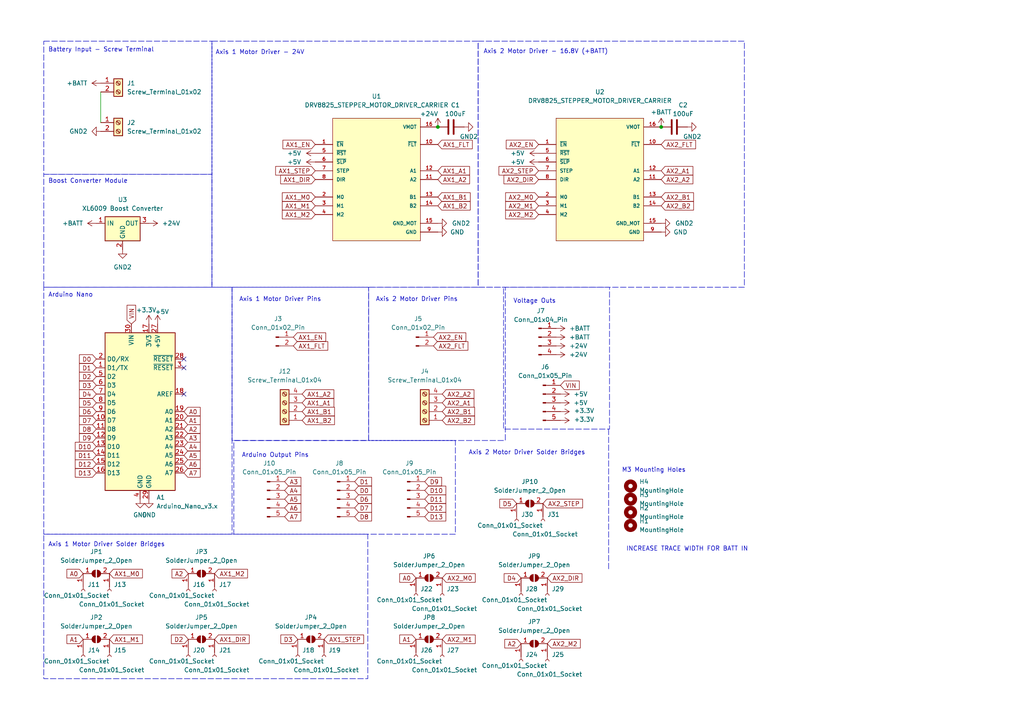
<source format=kicad_sch>
(kicad_sch (version 20230121) (generator eeschema)
  (paper "A4")
  (lib_symbols
    (symbol "Connector:Conn_01x01_Socket" (pin_names (offset 1.016) hide)
      (property "Reference" "J" (at 0 2.54 0))
      (property "Value" "Conn_01x01_Socket" (at 0 -2.54 0))
      (symbol "Conn_01x01_Socket_1_1"
        (polyline (pts (xy -1.27 0) (xy -0.508 0)) (stroke (width 0.1524)))
        (arc (start 0 0.508) (mid -0.5058 0) (end 0 -0.508) (stroke (width 0.1524)))
        (pin passive line (at -5.08 0 0) (length 3.81) (name "Pin_1") (number "1"))
      )
    )
    (symbol "Connector:Conn_01x02_Pin" (pin_names (offset 1.016) hide)
      (property "Reference" "J" (at 0 2.54 0))
      (property "Value" "Conn_01x02_Pin" (at 0 -5.08 0))
      (symbol "Conn_01x02_Pin_1_1"
        (polyline (pts (xy 1.27 -2.54) (xy 0.8636 -2.54)) (stroke (width 0.1524)))
        (polyline (pts (xy 1.27 0) (xy 0.8636 0)) (stroke (width 0.1524)))
        (rectangle (start 0.8636 -2.413) (end 0 -2.667) (stroke (width 0.1524)) (fill (type outline)))
        (rectangle (start 0.8636 0.127) (end 0 -0.127) (stroke (width 0.1524)) (fill (type outline)))
        (pin passive line (at 5.08 0 180) (length 3.81) (name "Pin_1") (number "1"))
        (pin passive line (at 5.08 -2.54 180) (length 3.81) (name "Pin_2") (number "2"))
      )
    )
    (symbol "Connector:Conn_01x04_Pin" (pin_names (offset 1.016) hide)
      (property "Reference" "J" (at 0 5.08 0))
      (property "Value" "Conn_01x04_Pin" (at 0 -7.62 0))
      (symbol "Conn_01x04_Pin_1_1"
        (polyline (pts (xy 1.27 -5.08) (xy 0.8636 -5.08)) (stroke (width 0.1524)))
        (polyline (pts (xy 1.27 -2.54) (xy 0.8636 -2.54)) (stroke (width 0.1524)))
        (polyline (pts (xy 1.27 0) (xy 0.8636 0)) (stroke (width 0.1524)))
        (polyline (pts (xy 1.27 2.54) (xy 0.8636 2.54)) (stroke (width 0.1524)))
        (rectangle (start 0.8636 -4.953) (end 0 -5.207) (stroke (width 0.1524)) (fill (type outline)))
        (rectangle (start 0.8636 -2.413) (end 0 -2.667) (stroke (width 0.1524)) (fill (type outline)))
        (rectangle (start 0.8636 0.127) (end 0 -0.127) (stroke (width 0.1524)) (fill (type outline)))
        (rectangle (start 0.8636 2.667) (end 0 2.413) (stroke (width 0.1524)) (fill (type outline)))
        (pin passive line (at 5.08 2.54 180) (length 3.81) (name "Pin_1") (number "1"))
        (pin passive line (at 5.08 0 180) (length 3.81) (name "Pin_2") (number "2"))
        (pin passive line (at 5.08 -2.54 180) (length 3.81) (name "Pin_3") (number "3"))
        (pin passive line (at 5.08 -5.08 180) (length 3.81) (name "Pin_4") (number "4"))
      )
    )
    (symbol "Connector:Conn_01x05_Pin" (pin_names (offset 1.016) hide)
      (property "Reference" "J" (at 0 7.62 0))
      (property "Value" "Conn_01x05_Pin" (at 0 -7.62 0))
      (symbol "Conn_01x05_Pin_1_1"
        (polyline (pts (xy 1.27 -5.08) (xy 0.8636 -5.08)) (stroke (width 0.1524)))
        (polyline (pts (xy 1.27 -2.54) (xy 0.8636 -2.54)) (stroke (width 0.1524)))
        (polyline (pts (xy 1.27 0) (xy 0.8636 0)) (stroke (width 0.1524)))
        (polyline (pts (xy 1.27 2.54) (xy 0.8636 2.54)) (stroke (width 0.1524)))
        (polyline (pts (xy 1.27 5.08) (xy 0.8636 5.08)) (stroke (width 0.1524)))
        (rectangle (start 0.8636 -4.953) (end 0 -5.207) (stroke (width 0.1524)) (fill (type outline)))
        (rectangle (start 0.8636 -2.413) (end 0 -2.667) (stroke (width 0.1524)) (fill (type outline)))
        (rectangle (start 0.8636 0.127) (end 0 -0.127) (stroke (width 0.1524)) (fill (type outline)))
        (rectangle (start 0.8636 2.667) (end 0 2.413) (stroke (width 0.1524)) (fill (type outline)))
        (rectangle (start 0.8636 5.207) (end 0 4.953) (stroke (width 0.1524)) (fill (type outline)))
        (pin passive line (at 5.08 5.08 180) (length 3.81) (name "Pin_1") (number "1"))
        (pin passive line (at 5.08 2.54 180) (length 3.81) (name "Pin_2") (number "2"))
        (pin passive line (at 5.08 0 180) (length 3.81) (name "Pin_3") (number "3"))
        (pin passive line (at 5.08 -2.54 180) (length 3.81) (name "Pin_4") (number "4"))
        (pin passive line (at 5.08 -5.08 180) (length 3.81) (name "Pin_5") (number "5"))
      )
    )
    (symbol "Connector:Screw_Terminal_01x02" (pin_names (offset 1.016) hide)
      (property "Reference" "J" (at 0 2.54 0))
      (property "Value" "Screw_Terminal_01x02" (at 0 -5.08 0))
      (symbol "Screw_Terminal_01x02_1_1"
        (rectangle (start -1.27 1.27) (end 1.27 -3.81) (stroke (width 0.254)) (fill (type background)))
        (circle (center 0 -2.54) (radius 0.635) (stroke (width 0.1524)))
        (polyline (pts (xy -0.5334 -2.2098) (xy 0.3302 -3.048)) (stroke (width 0.1524)))
        (polyline (pts (xy -0.5334 0.3302) (xy 0.3302 -0.508)) (stroke (width 0.1524)))
        (polyline (pts (xy -0.3556 -2.032) (xy 0.508 -2.8702)) (stroke (width 0.1524)))
        (polyline (pts (xy -0.3556 0.508) (xy 0.508 -0.3302)) (stroke (width 0.1524)))
        (circle (center 0 0) (radius 0.635) (stroke (width 0.1524)))
        (pin passive line (at -5.08 0 0) (length 3.81) (name "Pin_1") (number "1"))
        (pin passive line (at -5.08 -2.54 0) (length 3.81) (name "Pin_2") (number "2"))
      )
    )
    (symbol "Connector:Screw_Terminal_01x04" (pin_names (offset 1.016) hide)
      (property "Reference" "J" (at 0 5.08 0))
      (property "Value" "Screw_Terminal_01x04" (at 0 -7.62 0))
      (symbol "Screw_Terminal_01x04_1_1"
        (rectangle (start -1.27 3.81) (end 1.27 -6.35) (stroke (width 0.254)) (fill (type background)))
        (circle (center 0 -5.08) (radius 0.635) (stroke (width 0.1524)))
        (circle (center 0 -2.54) (radius 0.635) (stroke (width 0.1524)))
        (polyline (pts (xy -0.5334 -4.7498) (xy 0.3302 -5.588)) (stroke (width 0.1524)))
        (polyline (pts (xy -0.5334 -2.2098) (xy 0.3302 -3.048)) (stroke (width 0.1524)))
        (polyline (pts (xy -0.5334 0.3302) (xy 0.3302 -0.508)) (stroke (width 0.1524)))
        (polyline (pts (xy -0.5334 2.8702) (xy 0.3302 2.032)) (stroke (width 0.1524)))
        (polyline (pts (xy -0.3556 -4.572) (xy 0.508 -5.4102)) (stroke (width 0.1524)))
        (polyline (pts (xy -0.3556 -2.032) (xy 0.508 -2.8702)) (stroke (width 0.1524)))
        (polyline (pts (xy -0.3556 0.508) (xy 0.508 -0.3302)) (stroke (width 0.1524)))
        (polyline (pts (xy -0.3556 3.048) (xy 0.508 2.2098)) (stroke (width 0.1524)))
        (circle (center 0 0) (radius 0.635) (stroke (width 0.1524)))
        (circle (center 0 2.54) (radius 0.635) (stroke (width 0.1524)))
        (pin passive line (at -5.08 2.54 0) (length 3.81) (name "Pin_1") (number "1"))
        (pin passive line (at -5.08 0 0) (length 3.81) (name "Pin_2") (number "2"))
        (pin passive line (at -5.08 -2.54 0) (length 3.81) (name "Pin_3") (number "3"))
        (pin passive line (at -5.08 -5.08 0) (length 3.81) (name "Pin_4") (number "4"))
      )
    )
    (symbol "Converter_DCDC:OKI-78SR-3.3_1.5-W36-C"
      (property "Reference" "U" (at -3.81 3.175 0))
      (property "Value" "OKI-78SR-3.3_1.5-W36-C" (at 0 3.175 0))
      (symbol "OKI-78SR-3.3_1.5-W36-C_0_1"
        (rectangle (start -5.08 1.905) (end 5.08 -5.08) (stroke (width 0.254)) (fill (type background)))
      )
      (symbol "OKI-78SR-3.3_1.5-W36-C_1_1"
        (pin power_in line (at -7.62 0 0) (length 2.54) (name "IN") (number "1"))
        (pin power_in line (at 0 -7.62 90) (length 2.54) (name "GND") (number "2"))
        (pin power_out line (at 7.62 0 180) (length 2.54) (name "OUT") (number "3"))
      )
    )
    (symbol "DRV8825_STEPPER_MOTOR_DRIVER_CARRIER:DRV8825_STEPPER_MOTOR_DRIVER_CARRIER" (pin_names (offset 1.016))
      (property "Reference" "U" (at -12.7 18.542 0))
      (property "Value" "DRV8825_STEPPER_MOTOR_DRIVER_CARRIER" (at -12.7 -20.32 0))
      (symbol "DRV8825_STEPPER_MOTOR_DRIVER_CARRIER_0_0"
        (rectangle (start -12.7 -17.78) (end 12.7 17.78) (stroke (width 0.1524)) (fill (type background)))
        (pin input line (at -17.78 10.16 0) (length 5.08) (name "~{EN}") (number "1"))
        (pin output line (at 17.78 10.16 180) (length 5.08) (name "~{FLT}") (number "10"))
        (pin output line (at 17.78 0 180) (length 5.08) (name "A2") (number "11"))
        (pin output line (at 17.78 2.54 180) (length 5.08) (name "A1") (number "12"))
        (pin output line (at 17.78 -5.08 180) (length 5.08) (name "B1") (number "13"))
        (pin output line (at 17.78 -7.62 180) (length 5.08) (name "B2") (number "14"))
        (pin power_in line (at 17.78 -12.7 180) (length 5.08) (name "GND_MOT") (number "15"))
        (pin power_in line (at 17.78 15.24 180) (length 5.08) (name "VMOT") (number "16"))
        (pin input line (at -17.78 -5.08 0) (length 5.08) (name "M0") (number "2"))
        (pin input line (at -17.78 -7.62 0) (length 5.08) (name "M1") (number "3"))
        (pin input line (at -17.78 -10.16 0) (length 5.08) (name "M2") (number "4"))
        (pin input line (at -17.78 7.62 0) (length 5.08) (name "~{RST}") (number "5"))
        (pin input line (at -17.78 5.08 0) (length 5.08) (name "~{SLP}") (number "6"))
        (pin input line (at -17.78 2.54 0) (length 5.08) (name "STEP") (number "7"))
        (pin input line (at -17.78 0 0) (length 5.08) (name "DIR") (number "8"))
        (pin power_in line (at 17.78 -15.24 180) (length 5.08) (name "GND") (number "9"))
      )
    )
    (symbol "Device:C" (pin_numbers hide) (pin_names (offset 0.254))
      (property "Reference" "C" (at 0.635 2.54 0))
      (property "Value" "C" (at 0.635 -2.54 0))
      (symbol "C_0_1"
        (polyline (pts (xy -2.032 -0.762) (xy 2.032 -0.762)) (stroke (width 0.508)))
        (polyline (pts (xy -2.032 0.762) (xy 2.032 0.762)) (stroke (width 0.508)))
      )
      (symbol "C_1_1"
        (pin passive line (at 0 3.81 270) (length 2.794) (name "~") (number "1"))
        (pin passive line (at 0 -3.81 90) (length 2.794) (name "~") (number "2"))
      )
    )
    (symbol "Jumper:SolderJumper_2_Open" (pin_names (offset 0) hide)
      (property "Reference" "JP" (at 0 2.032 0))
      (property "Value" "SolderJumper_2_Open" (at 0 -2.54 0))
      (symbol "SolderJumper_2_Open_0_1"
        (arc (start -0.254 1.016) (mid -1.2656 0) (end -0.254 -1.016))
        (arc (start -0.254 1.016) (mid -1.2656 0) (end -0.254 -1.016) (fill (type outline)))
        (polyline (pts (xy -0.254 1.016) (xy -0.254 -1.016)))
        (polyline (pts (xy 0.254 1.016) (xy 0.254 -1.016)))
        (arc (start 0.254 -1.016) (mid 1.2656 0) (end 0.254 1.016))
        (arc (start 0.254 -1.016) (mid 1.2656 0) (end 0.254 1.016) (fill (type outline)))
      )
      (symbol "SolderJumper_2_Open_1_1"
        (pin passive line (at -3.81 0 0) (length 2.54) (name "A") (number "1"))
        (pin passive line (at 3.81 0 180) (length 2.54) (name "B") (number "2"))
      )
    )
    (symbol "MCU_Module:Arduino_Nano_v3.x"
      (property "Reference" "A" (at -10.16 23.495 0))
      (property "Value" "Arduino_Nano_v3.x" (at 5.08 -24.13 0))
      (symbol "Arduino_Nano_v3.x_0_1"
        (rectangle (start -10.16 22.86) (end 10.16 -22.86) (stroke (width 0.254)) (fill (type background)))
      )
      (symbol "Arduino_Nano_v3.x_1_1"
        (pin bidirectional line (at -12.7 12.7 0) (length 2.54) (name "D1/TX") (number "1"))
        (pin bidirectional line (at -12.7 -2.54 0) (length 2.54) (name "D7") (number "10"))
        (pin bidirectional line (at -12.7 -5.08 0) (length 2.54) (name "D8") (number "11"))
        (pin bidirectional line (at -12.7 -7.62 0) (length 2.54) (name "D9") (number "12"))
        (pin bidirectional line (at -12.7 -10.16 0) (length 2.54) (name "D10") (number "13"))
        (pin bidirectional line (at -12.7 -12.7 0) (length 2.54) (name "D11") (number "14"))
        (pin bidirectional line (at -12.7 -15.24 0) (length 2.54) (name "D12") (number "15"))
        (pin bidirectional line (at -12.7 -17.78 0) (length 2.54) (name "D13") (number "16"))
        (pin power_out line (at 2.54 25.4 270) (length 2.54) (name "3V3") (number "17"))
        (pin input line (at 12.7 5.08 180) (length 2.54) (name "AREF") (number "18"))
        (pin bidirectional line (at 12.7 0 180) (length 2.54) (name "A0") (number "19"))
        (pin bidirectional line (at -12.7 15.24 0) (length 2.54) (name "D0/RX") (number "2"))
        (pin bidirectional line (at 12.7 -2.54 180) (length 2.54) (name "A1") (number "20"))
        (pin bidirectional line (at 12.7 -5.08 180) (length 2.54) (name "A2") (number "21"))
        (pin bidirectional line (at 12.7 -7.62 180) (length 2.54) (name "A3") (number "22"))
        (pin bidirectional line (at 12.7 -10.16 180) (length 2.54) (name "A4") (number "23"))
        (pin bidirectional line (at 12.7 -12.7 180) (length 2.54) (name "A5") (number "24"))
        (pin bidirectional line (at 12.7 -15.24 180) (length 2.54) (name "A6") (number "25"))
        (pin bidirectional line (at 12.7 -17.78 180) (length 2.54) (name "A7") (number "26"))
        (pin power_out line (at 5.08 25.4 270) (length 2.54) (name "+5V") (number "27"))
        (pin input line (at 12.7 15.24 180) (length 2.54) (name "~{RESET}") (number "28"))
        (pin power_in line (at 2.54 -25.4 90) (length 2.54) (name "GND") (number "29"))
        (pin input line (at 12.7 12.7 180) (length 2.54) (name "~{RESET}") (number "3"))
        (pin power_in line (at -2.54 25.4 270) (length 2.54) (name "VIN") (number "30"))
        (pin power_in line (at 0 -25.4 90) (length 2.54) (name "GND") (number "4"))
        (pin bidirectional line (at -12.7 10.16 0) (length 2.54) (name "D2") (number "5"))
        (pin bidirectional line (at -12.7 7.62 0) (length 2.54) (name "D3") (number "6"))
        (pin bidirectional line (at -12.7 5.08 0) (length 2.54) (name "D4") (number "7"))
        (pin bidirectional line (at -12.7 2.54 0) (length 2.54) (name "D5") (number "8"))
        (pin bidirectional line (at -12.7 0 0) (length 2.54) (name "D6") (number "9"))
      )
    )
    (symbol "Mechanical:MountingHole" (pin_names (offset 1.016))
      (property "Reference" "H" (at 0 5.08 0))
      (property "Value" "MountingHole" (at 0 3.175 0))
      (symbol "MountingHole_0_1"
        (circle (center 0 0) (radius 1.27) (stroke (width 1.27)))
      )
    )
    (symbol "power:+24V" (power) (pin_names (offset 0))
      (property "Value" "+24V" (at 0 3.556 0))
      (symbol "+24V_0_1"
        (polyline (pts (xy -0.762 1.27) (xy 0 2.54)))
        (polyline (pts (xy 0 0) (xy 0 2.54)))
        (polyline (pts (xy 0 2.54) (xy 0.762 1.27)))
      )
      (symbol "+24V_1_1"
        (pin power_in line (at 0 0 90) (length 0) hide (name "+24V") (number "1"))
      )
    )
    (symbol "power:+3.3V" (power) (pin_names (offset 0))
      (property "Value" "+3.3V" (at 0 3.556 0))
      (symbol "+3.3V_0_1"
        (polyline (pts (xy -0.762 1.27) (xy 0 2.54)))
        (polyline (pts (xy 0 0) (xy 0 2.54)))
        (polyline (pts (xy 0 2.54) (xy 0.762 1.27)))
      )
      (symbol "+3.3V_1_1"
        (pin power_in line (at 0 0 90) (length 0) hide (name "+3.3V") (number "1"))
      )
    )
    (symbol "power:+5V" (power) (pin_names (offset 0))
      (property "Value" "+5V" (at 0 3.556 0))
      (symbol "+5V_0_1"
        (polyline (pts (xy -0.762 1.27) (xy 0 2.54)))
        (polyline (pts (xy 0 0) (xy 0 2.54)))
        (polyline (pts (xy 0 2.54) (xy 0.762 1.27)))
      )
      (symbol "+5V_1_1"
        (pin power_in line (at 0 0 90) (length 0) hide (name "+5V") (number "1"))
      )
    )
    (symbol "power:+BATT" (power) (pin_names (offset 0))
      (property "Value" "+BATT" (at 0 3.556 0))
      (symbol "+BATT_0_1"
        (polyline (pts (xy -0.762 1.27) (xy 0 2.54)))
        (polyline (pts (xy 0 0) (xy 0 2.54)))
        (polyline (pts (xy 0 2.54) (xy 0.762 1.27)))
      )
      (symbol "+BATT_1_1"
        (pin power_in line (at 0 0 90) (length 0) hide (name "+BATT") (number "1"))
      )
    )
    (symbol "power:GND" (power) (pin_names (offset 0))
      (property "Value" "GND" (at 0 -3.81 0))
      (symbol "GND_0_1"
        (polyline (pts (xy 0 0) (xy 0 -1.27) (xy 1.27 -1.27) (xy 0 -2.54) (xy -1.27 -1.27) (xy 0 -1.27)))
      )
      (symbol "GND_1_1"
        (pin power_in line (at 0 0 270) (length 0) hide (name "GND") (number "1"))
      )
    )
    (symbol "power:GND2" (power) (pin_names (offset 0))
      (property "Value" "GND2" (at 0 -3.81 0))
      (symbol "GND2_0_1"
        (polyline (pts (xy 0 0) (xy 0 -1.27) (xy 1.27 -1.27) (xy 0 -2.54) (xy -1.27 -1.27) (xy 0 -1.27)))
      )
      (symbol "GND2_1_1"
        (pin power_in line (at 0 0 270) (length 0) hide (name "GND2") (number "1"))
      )
    )
  )
  (junction (at 191.77 36.83))
  (junction (at 127 36.83))
  (no_connect (at 53.34 106.68))
  (no_connect (at 53.34 114.3))
  (no_connect (at 53.34 104.14))
  (wire (pts (xy 29.21 26.67) (xy 29.21 35.56)))
  (polyline (pts (xy 176.53 124.46) (xy 176.53 165.1)) (stroke (width 0) (type dash)))
  (rectangle (start 12.7 154.94) (end 106.68 196.85) (stroke (width 0) (type dash)))
  (rectangle (start 146.05 83.312) (end 176.784 124.46) (stroke (width 0) (type dash)))
  (rectangle (start 106.934 83.312) (end 146.558 127.762) (stroke (width 0) (type dash)))
  (rectangle (start 12.7 11.938) (end 61.468 50.546) (stroke (width 0) (type dash)))
  (rectangle (start 12.7 83.312) (end 67.31 154.94) (stroke (width 0) (type dash)))
  (rectangle (start 61.468 11.938) (end 138.684 83.312) (stroke (width 0) (type dash)))
  (rectangle (start 67.31 83.312) (end 106.934 127.762) (stroke (width 0) (type dash)))
  (rectangle (start 138.684 11.938) (end 215.9 83.312) (stroke (width 0) (type dash)))
  (rectangle (start 12.7 50.546) (end 61.468 83.312) (stroke (width 0) (type dash)))
  (rectangle (start 67.818 127.762) (end 132.08 154.94) (stroke (width 0) (type dash)))
  (text "Boost Converter Module\n" (at 13.97 53.34 0) (effects (font (size 1.27 1.27)) (justify left bottom)))
  (text "INCREASE TRACE WIDTH FOR BATT IN" (at 181.61 160.02 0) (effects (font (size 1.27 1.27)) (justify left bottom)))
  (text "Axis 2 Motor Driver Pins\n" (at 108.966 87.63 0) (effects (font (size 1.27 1.27)) (justify left bottom)))
  (text "Axis 1 Motor Driver Pins\n" (at 69.342 87.63 0) (effects (font (size 1.27 1.27)) (justify left bottom)))
  (text "Axis 1 Motor Driver Solder Bridges\n" (at 13.97 158.75 0) (effects (font (size 1.27 1.27)) (justify left bottom)))
  (text "Arduino Nano" (at 13.97 86.36 0) (effects (font (size 1.27 1.27)) (justify left bottom)))
  (text "Battery Input - Screw Terminal\n" (at 13.97 15.24 0) (effects (font (size 1.27 1.27)) (justify left bottom)))
  (text "Axis 1 Motor Driver - 24V\n" (at 62.484 16.002 0) (effects (font (size 1.27 1.27)) (justify left bottom)))
  (text "Arduino Output Pins" (at 70.104 132.842 0) (effects (font (size 1.27 1.27)) (justify left bottom)))
  (text "M3 Mounting Holes" (at 180.34 137.16 0) (effects (font (size 1.27 1.27)) (justify left bottom)))
  (text "Axis 2 Motor Driver - 16.8V (+BATT)\n" (at 140.208 15.748 0) (effects (font (size 1.27 1.27)) (justify left bottom)))
  (text "Axis 2 Motor Driver Solder Bridges\n" (at 135.89 132.08 0) (effects (font (size 1.27 1.27)) (justify left bottom)))
  (text "Voltage Outs" (at 148.844 88.138 0) (effects (font (size 1.27 1.27)) (justify left bottom)))
  (global_label "D2" (shape input) (at 54.61 185.42 180) (property "Intersheetrefs" "${INTERSHEET_REFS}" (effects hide)))
  (global_label "AX1_STEP" (shape input) (at 93.98 185.42 0) (property "Intersheetrefs" "${INTERSHEET_REFS}" (effects hide)))
  (global_label "D10" (shape input) (at 123.19 142.24 0) (property "Intersheetrefs" "${INTERSHEET_REFS}" (effects hide)))
  (global_label "AX2_A1" (shape input) (at 128.27 116.84 0) (property "Intersheetrefs" "${INTERSHEET_REFS}" (effects hide)))
  (global_label "A7" (shape input) (at 82.55 149.86 0) (property "Intersheetrefs" "${INTERSHEET_REFS}" (effects hide)))
  (global_label "AX1_STEP" (shape input) (at 91.44 49.53 180) (property "Intersheetrefs" "${INTERSHEET_REFS}" (effects hide)))
  (global_label "D8" (shape input) (at 102.87 149.86 0) (property "Intersheetrefs" "${INTERSHEET_REFS}" (effects hide)))
  (global_label "AX1_A1" (shape input) (at 127 49.53 0) (property "Intersheetrefs" "${INTERSHEET_REFS}" (effects hide)))
  (global_label "AX2_B1" (shape input) (at 191.77 57.15 0) (property "Intersheetrefs" "${INTERSHEET_REFS}" (effects hide)))
  (global_label "A4" (shape input) (at 82.55 142.24 0) (property "Intersheetrefs" "${INTERSHEET_REFS}" (effects hide)))
  (global_label "AX1_EN" (shape input) (at 91.44 41.91 180) (property "Intersheetrefs" "${INTERSHEET_REFS}" (effects hide)))
  (global_label "AX1_M2" (shape input) (at 62.23 166.37 0) (property "Intersheetrefs" "${INTERSHEET_REFS}" (effects hide)))
  (global_label "D13" (shape input) (at 27.94 137.16 180) (property "Intersheetrefs" "${INTERSHEET_REFS}" (effects hide)))
  (global_label "AX1_A2" (shape input) (at 127 52.07 0) (property "Intersheetrefs" "${INTERSHEET_REFS}" (effects hide)))
  (global_label "A0" (shape input) (at 24.13 166.37 180) (property "Intersheetrefs" "${INTERSHEET_REFS}" (effects hide)))
  (global_label "A2" (shape input) (at 151.13 186.69 180) (property "Intersheetrefs" "${INTERSHEET_REFS}" (effects hide)))
  (global_label "D0" (shape input) (at 102.87 142.24 0) (property "Intersheetrefs" "${INTERSHEET_REFS}" (effects hide)))
  (global_label "D11" (shape input) (at 123.19 144.78 0) (property "Intersheetrefs" "${INTERSHEET_REFS}" (effects hide)))
  (global_label "A6" (shape input) (at 82.55 147.32 0) (property "Intersheetrefs" "${INTERSHEET_REFS}" (effects hide)))
  (global_label "AX1_DIR" (shape input) (at 91.44 52.07 180) (property "Intersheetrefs" "${INTERSHEET_REFS}" (effects hide)))
  (global_label "D8" (shape input) (at 27.94 124.46 180) (property "Intersheetrefs" "${INTERSHEET_REFS}" (effects hide)))
  (global_label "A3" (shape input) (at 82.55 139.7 0) (property "Intersheetrefs" "${INTERSHEET_REFS}" (effects hide)))
  (global_label "A0" (shape input) (at 120.65 167.64 180) (property "Intersheetrefs" "${INTERSHEET_REFS}" (effects hide)))
  (global_label "D1" (shape input) (at 102.87 139.7 0) (property "Intersheetrefs" "${INTERSHEET_REFS}" (effects hide)))
  (global_label "AX2_STEP" (shape input) (at 156.21 49.53 180) (property "Intersheetrefs" "${INTERSHEET_REFS}" (effects hide)))
  (global_label "AX1_M1" (shape input) (at 31.75 185.42 0) (property "Intersheetrefs" "${INTERSHEET_REFS}" (effects hide)))
  (global_label "AX1_M2" (shape input) (at 91.44 62.23 180) (property "Intersheetrefs" "${INTERSHEET_REFS}" (effects hide)))
  (global_label "D5" (shape input) (at 27.94 116.84 180) (property "Intersheetrefs" "${INTERSHEET_REFS}" (effects hide)))
  (global_label "AX2_STEP" (shape input) (at 157.48 146.05 0) (property "Intersheetrefs" "${INTERSHEET_REFS}" (effects hide)))
  (global_label "AX1_FLT" (shape input) (at 85.09 100.33 0) (property "Intersheetrefs" "${INTERSHEET_REFS}" (effects hide)))
  (global_label "AX1_M0" (shape input) (at 31.75 166.37 0) (property "Intersheetrefs" "${INTERSHEET_REFS}" (effects hide)))
  (global_label "AX2_M0" (shape input) (at 128.27 167.64 0) (property "Intersheetrefs" "${INTERSHEET_REFS}" (effects hide)))
  (global_label "AX2_A1" (shape input) (at 191.77 49.53 0) (property "Intersheetrefs" "${INTERSHEET_REFS}" (effects hide)))
  (global_label "A5" (shape input) (at 53.34 132.08 0) (property "Intersheetrefs" "${INTERSHEET_REFS}" (effects hide)))
  (global_label "AX1_B2" (shape input) (at 87.63 121.92 0) (property "Intersheetrefs" "${INTERSHEET_REFS}" (effects hide)))
  (global_label "AX2_M1" (shape input) (at 128.27 185.42 0) (property "Intersheetrefs" "${INTERSHEET_REFS}" (effects hide)))
  (global_label "D11" (shape input) (at 27.94 132.08 180) (property "Intersheetrefs" "${INTERSHEET_REFS}" (effects hide)))
  (global_label "AX1_EN" (shape input) (at 85.09 97.79 0) (property "Intersheetrefs" "${INTERSHEET_REFS}" (effects hide)))
  (global_label "AX2_FLT" (shape input) (at 125.73 100.33 0) (property "Intersheetrefs" "${INTERSHEET_REFS}" (effects hide)))
  (global_label "AX2_DIR" (shape input) (at 156.21 52.07 180) (property "Intersheetrefs" "${INTERSHEET_REFS}" (effects hide)))
  (global_label "D12" (shape input) (at 27.94 134.62 180) (property "Intersheetrefs" "${INTERSHEET_REFS}" (effects hide)))
  (global_label "D0" (shape input) (at 27.94 104.14 180) (property "Intersheetrefs" "${INTERSHEET_REFS}" (effects hide)))
  (global_label "AX2_FLT" (shape input) (at 191.77 41.91 0) (property "Intersheetrefs" "${INTERSHEET_REFS}" (effects hide)))
  (global_label "AX1_FLT" (shape input) (at 127 41.91 0) (property "Intersheetrefs" "${INTERSHEET_REFS}" (effects hide)))
  (global_label "A2" (shape input) (at 54.61 166.37 180) (property "Intersheetrefs" "${INTERSHEET_REFS}" (effects hide)))
  (global_label "D5" (shape input) (at 149.86 146.05 180) (property "Intersheetrefs" "${INTERSHEET_REFS}" (effects hide)))
  (global_label "AX2_M2" (shape input) (at 156.21 62.23 180) (property "Intersheetrefs" "${INTERSHEET_REFS}" (effects hide)))
  (global_label "AX2_DIR" (shape input) (at 158.75 167.64 0) (property "Intersheetrefs" "${INTERSHEET_REFS}" (effects hide)))
  (global_label "AX2_M1" (shape input) (at 156.21 59.69 180) (property "Intersheetrefs" "${INTERSHEET_REFS}" (effects hide)))
  (global_label "A7" (shape input) (at 53.34 137.16 0) (property "Intersheetrefs" "${INTERSHEET_REFS}" (effects hide)))
  (global_label "A3" (shape input) (at 53.34 127 0) (property "Intersheetrefs" "${INTERSHEET_REFS}" (effects hide)))
  (global_label "A4" (shape input) (at 53.34 129.54 0) (property "Intersheetrefs" "${INTERSHEET_REFS}" (effects hide)))
  (global_label "D6" (shape input) (at 27.94 119.38 180) (property "Intersheetrefs" "${INTERSHEET_REFS}" (effects hide)))
  (global_label "AX2_B2" (shape input) (at 128.27 121.92 0) (property "Intersheetrefs" "${INTERSHEET_REFS}" (effects hide)))
  (global_label "AX2_EN" (shape input) (at 125.73 97.79 0) (property "Intersheetrefs" "${INTERSHEET_REFS}" (effects hide)))
  (global_label "D2" (shape input) (at 27.94 109.22 180) (property "Intersheetrefs" "${INTERSHEET_REFS}" (effects hide)))
  (global_label "A0" (shape input) (at 53.34 119.38 0) (property "Intersheetrefs" "${INTERSHEET_REFS}" (effects hide)))
  (global_label "D9" (shape input) (at 123.19 139.7 0) (property "Intersheetrefs" "${INTERSHEET_REFS}" (effects hide)))
  (global_label "AX1_M0" (shape input) (at 91.44 57.15 180) (property "Intersheetrefs" "${INTERSHEET_REFS}" (effects hide)))
  (global_label "VIN" (shape input) (at 162.56 111.76 0) (property "Intersheetrefs" "${INTERSHEET_REFS}" (effects hide)))
  (global_label "A1" (shape input) (at 24.13 185.42 180) (property "Intersheetrefs" "${INTERSHEET_REFS}" (effects hide)))
  (global_label "AX2_B2" (shape input) (at 191.77 59.69 0) (property "Intersheetrefs" "${INTERSHEET_REFS}" (effects hide)))
  (global_label "A1" (shape input) (at 53.34 121.92 0) (property "Intersheetrefs" "${INTERSHEET_REFS}" (effects hide)))
  (global_label "D12" (shape input) (at 123.19 147.32 0) (property "Intersheetrefs" "${INTERSHEET_REFS}" (effects hide)))
  (global_label "AX2_A2" (shape input) (at 128.27 114.3 0) (property "Intersheetrefs" "${INTERSHEET_REFS}" (effects hide)))
  (global_label "AX1_B2" (shape input) (at 127 59.69 0) (property "Intersheetrefs" "${INTERSHEET_REFS}" (effects hide)))
  (global_label "D13" (shape input) (at 123.19 149.86 0) (property "Intersheetrefs" "${INTERSHEET_REFS}" (effects hide)))
  (global_label "AX1_B1" (shape input) (at 127 57.15 0) (property "Intersheetrefs" "${INTERSHEET_REFS}" (effects hide)))
  (global_label "AX2_A2" (shape input) (at 191.77 52.07 0) (property "Intersheetrefs" "${INTERSHEET_REFS}" (effects hide)))
  (global_label "A2" (shape input) (at 53.34 124.46 0) (property "Intersheetrefs" "${INTERSHEET_REFS}" (effects hide)))
  (global_label "AX2_M0" (shape input) (at 156.21 57.15 180) (property "Intersheetrefs" "${INTERSHEET_REFS}" (effects hide)))
  (global_label "D9" (shape input) (at 27.94 127 180) (property "Intersheetrefs" "${INTERSHEET_REFS}" (effects hide)))
  (global_label "D7" (shape input) (at 27.94 121.92 180) (property "Intersheetrefs" "${INTERSHEET_REFS}" (effects hide)))
  (global_label "VIN" (shape input) (at 38.1 93.98 90) (property "Intersheetrefs" "${INTERSHEET_REFS}" (effects hide)))
  (global_label "D7" (shape input) (at 102.87 147.32 0) (property "Intersheetrefs" "${INTERSHEET_REFS}" (effects hide)))
  (global_label "D1" (shape input) (at 27.94 106.68 180) (property "Intersheetrefs" "${INTERSHEET_REFS}" (effects hide)))
  (global_label "D10" (shape input) (at 27.94 129.54 180) (property "Intersheetrefs" "${INTERSHEET_REFS}" (effects hide)))
  (global_label "AX2_B1" (shape input) (at 128.27 119.38 0) (property "Intersheetrefs" "${INTERSHEET_REFS}" (effects hide)))
  (global_label "D3" (shape input) (at 86.36 185.42 180) (property "Intersheetrefs" "${INTERSHEET_REFS}" (effects hide)))
  (global_label "AX2_EN" (shape input) (at 156.21 41.91 180) (property "Intersheetrefs" "${INTERSHEET_REFS}" (effects hide)))
  (global_label "D3" (shape input) (at 27.94 111.76 180) (property "Intersheetrefs" "${INTERSHEET_REFS}" (effects hide)))
  (global_label "D4" (shape input) (at 151.13 167.64 180) (property "Intersheetrefs" "${INTERSHEET_REFS}" (effects hide)))
  (global_label "AX1_M1" (shape input) (at 91.44 59.69 180) (property "Intersheetrefs" "${INTERSHEET_REFS}" (effects hide)))
  (global_label "A6" (shape input) (at 53.34 134.62 0) (property "Intersheetrefs" "${INTERSHEET_REFS}" (effects hide)))
  (global_label "AX1_DIR" (shape input) (at 62.23 185.42 0) (property "Intersheetrefs" "${INTERSHEET_REFS}" (effects hide)))
  (global_label "A5" (shape input) (at 82.55 144.78 0) (property "Intersheetrefs" "${INTERSHEET_REFS}" (effects hide)))
  (global_label "D6" (shape input) (at 102.87 144.78 0) (property "Intersheetrefs" "${INTERSHEET_REFS}" (effects hide)))
  (global_label "A1" (shape input) (at 120.65 185.42 180) (property "Intersheetrefs" "${INTERSHEET_REFS}" (effects hide)))
  (global_label "AX2_M2" (shape input) (at 158.75 186.69 0) (property "Intersheetrefs" "${INTERSHEET_REFS}" (effects hide)))
  (global_label "D4" (shape input) (at 27.94 114.3 180) (property "Intersheetrefs" "${INTERSHEET_REFS}" (effects hide)))
  (global_label "AX1_B1" (shape input) (at 87.63 119.38 0) (property "Intersheetrefs" "${INTERSHEET_REFS}" (effects hide)))
  (global_label "AX1_A2" (shape input) (at 87.63 114.3 0) (property "Intersheetrefs" "${INTERSHEET_REFS}" (effects hide)))
  (global_label "AX1_A1" (shape input) (at 87.63 116.84 0) (property "Intersheetrefs" "${INTERSHEET_REFS}" (effects hide)))
  (symbol (lib_id "Connector:Screw_Terminal_01x04") (at 123.19 119.38 180) (unit 1)
    (property "Reference" "J4" (at 123.19 107.696 0))
    (property "Value" "Screw_Terminal_01x04" (at 123.19 110.236 0))
    (property "Footprint" "TerminalBlock:TerminalBlock_bornier-4_P5.08mm" (effects hide))
  )
  (symbol (lib_id "power:+5V") (at 156.21 46.99 90) (unit 1)
    (property "Reference" "#PWR021" (effects hide))
    (property "Value" "+5V" (at 152.146 46.99 90) (effects (justify left)))
  )
  (symbol (lib_id "power:GND2") (at 35.56 72.39 0) (unit 1)
    (property "Reference" "#PWR03" (effects hide))
    (property "Value" "GND2" (at 35.56 77.47 0))
  )
  (symbol (lib_id "Jumper:SolderJumper_2_Open") (at 154.94 167.64 0) (unit 1)
    (property "Reference" "JP9" (at 154.94 161.29 0))
    (property "Value" "SolderJumper_2_Open" (at 154.94 163.83 0))
    (property "Footprint" "Jumper:SolderJumper-2_P1.3mm_Open_Pad1.0x1.5mm" (effects hide))
  )
  (symbol (lib_id "Mechanical:MountingHole") (at 182.88 144.78 0) (unit 1)
    (property "Reference" "H3" (at 185.42 143.51 0) (effects (justify left)))
    (property "Value" "MountingHole" (at 185.42 146.05 0) (effects (justify left)))
    (property "Footprint" "MountingHole:MountingHole_3.2mm_M3_DIN965" (effects hide))
  )
  (symbol (lib_id "Connector:Screw_Terminal_01x04") (at 82.55 119.38 180) (unit 1)
    (property "Reference" "J12" (at 82.55 107.696 0))
    (property "Value" "Screw_Terminal_01x04" (at 82.55 110.236 0))
    (property "Footprint" "TerminalBlock:TerminalBlock_bornier-4_P5.08mm" (effects hide))
  )
  (symbol (lib_id "power:+BATT") (at 27.94 64.77 90) (unit 1)
    (property "Reference" "#PWR04" (effects hide))
    (property "Value" "+BATT" (at 24.13 64.77 90) (effects (justify left)))
  )
  (symbol (lib_id "power:+24V") (at 161.29 102.87 270) (unit 1)
    (property "Reference" "#PWR023" (effects hide))
    (property "Value" "+24V" (at 165.1 102.87 90) (effects (justify left)))
  )
  (symbol (lib_id "Connector:Conn_01x01_Socket") (at 24.13 171.45 270) (unit 1)
    (property "Reference" "J11" (at 25.4 169.545 90) (effects (justify left)))
    (property "Value" "Conn_01x01_Socket" (at 12.7 172.72 90) (effects (justify left)))
    (property "Footprint" "Connector_PinHeader_2.54mm:PinHeader_1x01_P2.54mm_Vertical" (effects hide))
  )
  (symbol (lib_id "power:+BATT") (at 161.29 97.79 270) (unit 1)
    (property "Reference" "#PWR026" (effects hide))
    (property "Value" "+BATT" (at 165.1 97.79 90) (effects (justify left)))
  )
  (symbol (lib_id "Jumper:SolderJumper_2_Open") (at 124.46 167.64 0) (unit 1)
    (property "Reference" "JP6" (at 124.46 161.29 0))
    (property "Value" "SolderJumper_2_Open" (at 124.46 163.83 0))
    (property "Footprint" "Jumper:SolderJumper-2_P1.3mm_Open_Pad1.0x1.5mm" (effects hide))
  )
  (symbol (lib_id "Mechanical:MountingHole") (at 182.88 148.59 0) (unit 1)
    (property "Reference" "H2" (at 185.42 147.32 0) (effects (justify left)))
    (property "Value" "MountingHole" (at 185.42 149.86 0) (effects (justify left)))
    (property "Footprint" "MountingHole:MountingHole_3.2mm_M3_DIN965" (effects hide))
  )
  (symbol (lib_id "Mechanical:MountingHole") (at 182.88 140.97 0) (unit 1)
    (property "Reference" "H4" (at 185.42 139.7 0) (effects (justify left)))
    (property "Value" "MountingHole" (at 185.42 142.24 0) (effects (justify left)))
    (property "Footprint" "MountingHole:MountingHole_3.2mm_M3_DIN965" (effects hide))
  )
  (symbol (lib_id "Connector:Conn_01x05_Pin") (at 157.48 116.84 0) (unit 1)
    (property "Reference" "J6" (at 158.115 106.426 0))
    (property "Value" "Conn_01x05_Pin" (at 158.115 108.966 0))
    (property "Footprint" "Connector_PinHeader_2.54mm:PinHeader_1x05_P2.54mm_Vertical" (effects hide))
  )
  (symbol (lib_id "Device:C") (at 195.58 36.83 90) (unit 1)
    (property "Reference" "C2" (at 198.12 30.48 90))
    (property "Value" "100uF" (at 198.12 33.02 90))
    (property "Footprint" "Capacitor_THT:C_Radial_D5.0mm_H5.0mm_P2.00mm" (effects hide))
  )
  (symbol (lib_id "Jumper:SolderJumper_2_Open") (at 153.67 146.05 0) (unit 1)
    (property "Reference" "JP10" (at 153.67 139.7 0))
    (property "Value" "SolderJumper_2_Open" (at 153.67 142.24 0))
    (property "Footprint" "Jumper:SolderJumper-2_P1.3mm_Open_Pad1.0x1.5mm" (effects hide))
  )
  (symbol (lib_id "power:GND2") (at 29.21 38.1 270) (unit 1)
    (property "Reference" "#PWR02" (effects hide))
    (property "Value" "GND2" (at 25.4 38.1 90) (effects (justify right)))
  )
  (symbol (lib_id "Connector:Conn_01x01_Socket") (at 149.86 151.13 270) (unit 1)
    (property "Reference" "J30" (at 151.13 149.225 90) (effects (justify left)))
    (property "Value" "Conn_01x01_Socket" (at 138.43 152.4 90) (effects (justify left)))
    (property "Footprint" "Connector_PinHeader_2.54mm:PinHeader_1x01_P2.54mm_Vertical" (effects hide))
  )
  (symbol (lib_id "MCU_Module:Arduino_Nano_v3.x") (at 40.64 119.38 0) (unit 1)
    (property "Reference" "A1" (at 45.3741 144.272 0) (effects (justify left)))
    (property "Value" "Arduino_Nano_v3.x" (at 45.3741 146.812 0) (effects (justify left)))
    (property "Footprint" "Module:Arduino_Nano" (effects hide))
    (property "Datasheet" "http://www.mouser.com/pdfdocs/Gravitech_Arduino_Nano3_0.pdf" (effects hide))
  )
  (symbol (lib_id "power:+3.3V") (at 162.56 121.92 270) (unit 1)
    (property "Reference" "#PWR029" (effects hide))
    (property "Value" "+3.3V" (at 169.418 121.666 90))
  )
  (symbol (lib_id "Jumper:SolderJumper_2_Open") (at 90.17 185.42 0) (unit 1)
    (property "Reference" "JP4" (at 90.17 179.07 0))
    (property "Value" "SolderJumper_2_Open" (at 90.17 181.61 0))
    (property "Footprint" "Jumper:SolderJumper-2_P1.3mm_Open_Pad1.0x1.5mm" (effects hide))
  )
  (symbol (lib_id "Connector:Conn_01x05_Pin") (at 77.47 144.78 0) (unit 1)
    (property "Reference" "J10" (at 78.105 134.366 0))
    (property "Value" "Conn_01x05_Pin" (at 78.105 136.906 0))
    (property "Footprint" "Connector_PinHeader_2.54mm:PinHeader_1x05_P2.54mm_Vertical" (effects hide))
  )
  (symbol (lib_id "Connector:Conn_01x01_Socket") (at 157.48 151.13 270) (unit 1)
    (property "Reference" "J31" (at 158.75 149.225 90) (effects (justify left)))
    (property "Value" "Conn_01x01_Socket" (at 148.59 154.94 90) (effects (justify left)))
    (property "Footprint" "Connector_PinHeader_2.54mm:PinHeader_1x01_P2.54mm_Vertical" (effects hide))
  )
  (symbol (lib_id "power:+3.3V") (at 43.18 93.98 0) (unit 1)
    (property "Reference" "#PWR011" (effects hide))
    (property "Value" "+3.3V" (at 42.418 89.916 0))
  )
  (symbol (lib_id "Connector:Conn_01x01_Socket") (at 31.75 190.5 270) (unit 1)
    (property "Reference" "J15" (at 33.02 188.595 90) (effects (justify left)))
    (property "Value" "Conn_01x01_Socket" (at 22.86 194.31 90) (effects (justify left)))
    (property "Footprint" "Connector_PinHeader_2.54mm:PinHeader_1x01_P2.54mm_Vertical" (effects hide))
  )
  (symbol (lib_id "Connector:Conn_01x05_Pin") (at 97.79 144.78 0) (unit 1)
    (property "Reference" "J8" (at 98.425 134.366 0))
    (property "Value" "Conn_01x05_Pin" (at 98.425 136.906 0))
    (property "Footprint" "Connector_PinHeader_2.54mm:PinHeader_1x05_P2.54mm_Vertical" (effects hide))
  )
  (symbol (lib_id "Jumper:SolderJumper_2_Open") (at 27.94 166.37 0) (unit 1)
    (property "Reference" "JP1" (at 27.94 160.02 0))
    (property "Value" "SolderJumper_2_Open" (at 27.94 162.56 0))
    (property "Footprint" "Jumper:SolderJumper-2_P1.3mm_Open_Pad1.0x1.5mm" (effects hide))
  )
  (symbol (lib_id "Connector:Conn_01x01_Socket") (at 54.61 171.45 270) (unit 1)
    (property "Reference" "J16" (at 55.88 169.545 90) (effects (justify left)))
    (property "Value" "Conn_01x01_Socket" (at 43.18 172.72 90) (effects (justify left)))
    (property "Footprint" "Connector_PinHeader_2.54mm:PinHeader_1x01_P2.54mm_Vertical" (effects hide))
  )
  (symbol (lib_id "DRV8825_STEPPER_MOTOR_DRIVER_CARRIER:DRV8825_STEPPER_MOTOR_DRIVER_CARRIER") (at 173.99 52.07 0) (unit 1)
    (property "Reference" "U2" (at 173.99 26.67 0))
    (property "Value" "DRV8825_STEPPER_MOTOR_DRIVER_CARRIER" (at 173.99 29.21 0))
    (property "Footprint" "Footprints:IC_DRV8825_STEPPER_MOTOR_DRIVER_CARRIER" (effects hide))
    (property "MF" "Pololu" (effects hide))
    (property "DESCRIPTION" "Stepper motor controler; IC: DRV8825; 1.5A; Uin mot: 8.2÷45V" (effects hide))
    (property "PACKAGE" "None" (effects hide))
    (property "PRICE" "None" (effects hide))
    (property "Package" "None" (effects hide))
    (property "Check_prices" "https://www.snapeda.com/parts/DRV8825%20STEPPER%20MOTOR%20DRIVER%20CARRIER/Pololu/view-part/?ref=eda" (effects hide))
    (property "SnapEDA_Link" "https://www.snapeda.com/parts/DRV8825%20STEPPER%20MOTOR%20DRIVER%20CARRIER/Pololu/view-part/?ref=snap" (effects hide))
    (property "MP" "DRV8825 STEPPER MOTOR DRIVER CARRIER" (effects hide))
    (property "AVAILABILITY" "Unavailable" (effects hide))
    (property "Description" "\nStepper, Bipolar 8.2 ~ 45VDC Supply 1.5A 8.2 ~ 45V Load\n" (effects hide))
  )
  (symbol (lib_id "Connector:Conn_01x01_Socket") (at 151.13 191.77 270) (unit 1)
    (property "Reference" "J24" (at 152.4 189.865 90) (effects (justify left)))
    (property "Value" "Conn_01x01_Socket" (at 139.7 193.04 90) (effects (justify left)))
    (property "Footprint" "Connector_PinHeader_2.54mm:PinHeader_1x01_P2.54mm_Vertical" (effects hide))
  )
  (symbol (lib_id "power:GND") (at 40.64 144.78 0) (unit 1)
    (property "Reference" "#PWR06" (effects hide))
    (property "Value" "GND" (at 40.64 149.352 0))
  )
  (symbol (lib_id "Connector:Screw_Terminal_01x02") (at 34.29 24.13 0) (unit 1)
    (property "Reference" "J1" (at 36.83 24.13 0) (effects (justify left)))
    (property "Value" "Screw_Terminal_01x02" (at 36.83 26.67 0) (effects (justify left)))
    (property "Footprint" "TerminalBlock:TerminalBlock_bornier-2_P5.08mm" (effects hide))
  )
  (symbol (lib_id "Connector:Conn_01x01_Socket") (at 24.13 190.5 270) (unit 1)
    (property "Reference" "J14" (at 25.4 188.595 90) (effects (justify left)))
    (property "Value" "Conn_01x01_Socket" (at 12.7 191.77 90) (effects (justify left)))
    (property "Footprint" "Connector_PinHeader_2.54mm:PinHeader_1x01_P2.54mm_Vertical" (effects hide))
  )
  (symbol (lib_id "Connector:Conn_01x01_Socket") (at 158.75 191.77 270) (unit 1)
    (property "Reference" "J25" (at 160.02 189.865 90) (effects (justify left)))
    (property "Value" "Conn_01x01_Socket" (at 149.86 195.58 90) (effects (justify left)))
    (property "Footprint" "Connector_PinHeader_2.54mm:PinHeader_1x01_P2.54mm_Vertical" (effects hide))
  )
  (symbol (lib_id "power:GND") (at 127 67.31 90) (unit 1)
    (property "Reference" "#PWR014" (effects hide))
    (property "Value" "GND" (at 130.556 67.31 90) (effects (justify right)))
  )
  (symbol (lib_id "Jumper:SolderJumper_2_Open") (at 58.42 166.37 0) (unit 1)
    (property "Reference" "JP3" (at 58.42 160.02 0))
    (property "Value" "SolderJumper_2_Open" (at 58.42 162.56 0))
    (property "Footprint" "Jumper:SolderJumper-2_P1.3mm_Open_Pad1.0x1.5mm" (effects hide))
  )
  (symbol (lib_id "Connector:Conn_01x01_Socket") (at 120.65 190.5 270) (unit 1)
    (property "Reference" "J26" (at 121.92 188.595 90) (effects (justify left)))
    (property "Value" "Conn_01x01_Socket" (at 109.22 191.77 90) (effects (justify left)))
    (property "Footprint" "Connector_PinHeader_2.54mm:PinHeader_1x01_P2.54mm_Vertical" (effects hide))
  )
  (symbol (lib_id "power:+24V") (at 43.18 64.77 270) (unit 1)
    (property "Reference" "#PWR05" (effects hide))
    (property "Value" "+24V" (at 46.99 64.77 90) (effects (justify left)))
  )
  (symbol (lib_id "power:+24V") (at 161.29 100.33 270) (unit 1)
    (property "Reference" "#PWR027" (effects hide))
    (property "Value" "+24V" (at 165.1 100.33 90) (effects (justify left)))
  )
  (symbol (lib_id "Mechanical:MountingHole") (at 182.88 152.4 0) (unit 1)
    (property "Reference" "H1" (at 185.42 151.13 0) (effects (justify left)))
    (property "Value" "MountingHole" (at 185.42 153.67 0) (effects (justify left)))
    (property "Footprint" "MountingHole:MountingHole_3.2mm_M3_DIN965" (effects hide))
  )
  (symbol (lib_id "Connector:Conn_01x01_Socket") (at 54.61 190.5 270) (unit 1)
    (property "Reference" "J20" (at 55.88 188.595 90) (effects (justify left)))
    (property "Value" "Conn_01x01_Socket" (at 43.18 191.77 90) (effects (justify left)))
    (property "Footprint" "Connector_PinHeader_2.54mm:PinHeader_1x01_P2.54mm_Vertical" (effects hide))
  )
  (symbol (lib_id "Connector:Conn_01x05_Pin") (at 118.11 144.78 0) (unit 1)
    (property "Reference" "J9" (at 118.745 134.366 0))
    (property "Value" "Conn_01x05_Pin" (at 118.745 136.906 0))
    (property "Footprint" "Connector_PinHeader_2.54mm:PinHeader_1x05_P2.54mm_Vertical" (effects hide))
  )
  (symbol (lib_id "Connector:Conn_01x01_Socket") (at 93.98 190.5 270) (unit 1)
    (property "Reference" "J19" (at 95.25 188.595 90) (effects (justify left)))
    (property "Value" "Conn_01x01_Socket" (at 85.09 194.31 90) (effects (justify left)))
    (property "Footprint" "Connector_PinHeader_2.54mm:PinHeader_1x01_P2.54mm_Vertical" (effects hide))
  )
  (symbol (lib_id "power:+BATT") (at 191.77 36.83 0) (unit 1)
    (property "Reference" "#PWR017" (effects hide))
    (property "Value" "+BATT" (at 191.77 32.512 0))
  )
  (symbol (lib_id "Connector:Conn_01x01_Socket") (at 31.75 171.45 270) (unit 1)
    (property "Reference" "J13" (at 33.02 169.545 90) (effects (justify left)))
    (property "Value" "Conn_01x01_Socket" (at 22.86 175.26 90) (effects (justify left)))
    (property "Footprint" "Connector_PinHeader_2.54mm:PinHeader_1x01_P2.54mm_Vertical" (effects hide))
  )
  (symbol (lib_id "Connector:Conn_01x01_Socket") (at 120.65 172.72 270) (unit 1)
    (property "Reference" "J22" (at 121.92 170.815 90) (effects (justify left)))
    (property "Value" "Conn_01x01_Socket" (at 109.22 173.99 90) (effects (justify left)))
    (property "Footprint" "Connector_PinHeader_2.54mm:PinHeader_1x01_P2.54mm_Vertical" (effects hide))
  )
  (symbol (lib_id "Connector:Conn_01x01_Socket") (at 128.27 190.5 270) (unit 1)
    (property "Reference" "J27" (at 129.54 188.595 90) (effects (justify left)))
    (property "Value" "Conn_01x01_Socket" (at 119.38 194.31 90) (effects (justify left)))
    (property "Footprint" "Connector_PinHeader_2.54mm:PinHeader_1x01_P2.54mm_Vertical" (effects hide))
  )
  (symbol (lib_id "Jumper:SolderJumper_2_Open") (at 27.94 185.42 0) (unit 1)
    (property "Reference" "JP2" (at 27.94 179.07 0))
    (property "Value" "SolderJumper_2_Open" (at 27.94 181.61 0))
    (property "Footprint" "Jumper:SolderJumper-2_P1.3mm_Open_Pad1.0x1.5mm" (effects hide))
  )
  (symbol (lib_id "Jumper:SolderJumper_2_Open") (at 58.42 185.42 0) (unit 1)
    (property "Reference" "JP5" (at 58.42 179.07 0))
    (property "Value" "SolderJumper_2_Open" (at 58.42 181.61 0))
    (property "Footprint" "Jumper:SolderJumper-2_P1.3mm_Open_Pad1.0x1.5mm" (effects hide))
  )
  (symbol (lib_id "Connector:Screw_Terminal_01x02") (at 34.29 35.56 0) (unit 1)
    (property "Reference" "J2" (at 36.83 35.56 0) (effects (justify left)))
    (property "Value" "Screw_Terminal_01x02" (at 36.83 38.1 0) (effects (justify left)))
    (property "Footprint" "TerminalBlock:TerminalBlock_bornier-2_P5.08mm" (effects hide))
  )
  (symbol (lib_id "Jumper:SolderJumper_2_Open") (at 124.46 185.42 0) (unit 1)
    (property "Reference" "JP8" (at 124.46 179.07 0))
    (property "Value" "SolderJumper_2_Open" (at 124.46 181.61 0))
    (property "Footprint" "Jumper:SolderJumper-2_P1.3mm_Open_Pad1.0x1.5mm" (effects hide))
  )
  (symbol (lib_id "DRV8825_STEPPER_MOTOR_DRIVER_CARRIER:DRV8825_STEPPER_MOTOR_DRIVER_CARRIER") (at 109.22 52.07 0) (unit 1)
    (property "Reference" "U1" (at 109.22 27.94 0))
    (property "Value" "DRV8825_STEPPER_MOTOR_DRIVER_CARRIER" (at 109.22 30.48 0))
    (property "Footprint" "Footprints:IC_DRV8825_STEPPER_MOTOR_DRIVER_CARRIER" (effects hide))
    (property "MF" "Pololu" (effects hide))
    (property "DESCRIPTION" "Stepper motor controler; IC: DRV8825; 1.5A; Uin mot: 8.2÷45V" (effects hide))
    (property "PACKAGE" "None" (effects hide))
    (property "PRICE" "None" (effects hide))
    (property "Package" "None" (effects hide))
    (property "Check_prices" "https://www.snapeda.com/parts/DRV8825%20STEPPER%20MOTOR%20DRIVER%20CARRIER/Pololu/view-part/?ref=eda" (effects hide))
    (property "SnapEDA_Link" "https://www.snapeda.com/parts/DRV8825%20STEPPER%20MOTOR%20DRIVER%20CARRIER/Pololu/view-part/?ref=snap" (effects hide))
    (property "MP" "DRV8825 STEPPER MOTOR DRIVER CARRIER" (effects hide))
    (property "AVAILABILITY" "Unavailable" (effects hide))
    (property "Description" "\nStepper, Bipolar 8.2 ~ 45VDC Supply 1.5A 8.2 ~ 45V Load\n" (effects hide))
  )
  (symbol (lib_id "Connector:Conn_01x04_Pin") (at 156.21 97.79 0) (unit 1)
    (property "Reference" "J7" (at 156.845 90.17 0))
    (property "Value" "Conn_01x04_Pin" (at 156.845 92.71 0))
    (property "Footprint" "Connector_PinHeader_2.54mm:PinHeader_1x04_P2.54mm_Vertical" (effects hide))
  )
  (symbol (lib_id "Connector:Conn_01x01_Socket") (at 62.23 171.45 270) (unit 1)
    (property "Reference" "J17" (at 63.5 169.545 90) (effects (justify left)))
    (property "Value" "Conn_01x01_Socket" (at 53.34 175.26 90) (effects (justify left)))
    (property "Footprint" "Connector_PinHeader_2.54mm:PinHeader_1x01_P2.54mm_Vertical" (effects hide))
  )
  (symbol (lib_id "power:+BATT") (at 161.29 95.25 270) (unit 1)
    (property "Reference" "#PWR022" (effects hide))
    (property "Value" "+BATT" (at 165.1 95.25 90) (effects (justify left)))
  )
  (symbol (lib_id "power:+5V") (at 162.56 116.84 270) (unit 1)
    (property "Reference" "#PWR025" (effects hide))
    (property "Value" "+5V" (at 168.402 116.84 90))
  )
  (symbol (lib_id "Connector:Conn_01x01_Socket") (at 86.36 190.5 270) (unit 1)
    (property "Reference" "J18" (at 87.63 188.595 90) (effects (justify left)))
    (property "Value" "Conn_01x01_Socket" (at 74.93 191.77 90) (effects (justify left)))
    (property "Footprint" "Connector_PinHeader_2.54mm:PinHeader_1x01_P2.54mm_Vertical" (effects hide))
  )
  (symbol (lib_id "power:+BATT") (at 29.21 24.13 90) (unit 1)
    (property "Reference" "#PWR01" (effects hide))
    (property "Value" "+BATT" (at 25.4 24.13 90) (effects (justify left)))
  )
  (symbol (lib_id "Connector:Conn_01x01_Socket") (at 62.23 190.5 270) (unit 1)
    (property "Reference" "J21" (at 63.5 188.595 90) (effects (justify left)))
    (property "Value" "Conn_01x01_Socket" (at 53.34 194.31 90) (effects (justify left)))
    (property "Footprint" "Connector_PinHeader_2.54mm:PinHeader_1x01_P2.54mm_Vertical" (effects hide))
  )
  (symbol (lib_id "power:GND2") (at 199.39 36.83 90) (unit 1)
    (property "Reference" "#PWR016" (effects hide))
    (property "Value" "GND2" (at 198.12 39.624 90) (effects (justify right)))
  )
  (symbol (lib_id "Converter_DCDC:OKI-78SR-3.3_1.5-W36-C") (at 35.56 64.77 0) (unit 1)
    (property "Reference" "U3" (at 35.56 57.912 0))
    (property "Value" "XL6009 Boost Converter" (at 35.56 60.452 0))
    (property "Footprint" "Footprints:XL6009 Boost Converter" (effects hide))
  )
  (symbol (lib_id "Connector:Conn_01x02_Pin") (at 120.65 97.79 0) (unit 1)
    (property "Reference" "J5" (at 121.285 92.456 0))
    (property "Value" "Conn_01x02_Pin" (at 121.285 94.996 0))
    (property "Footprint" "Connector_PinHeader_2.54mm:PinHeader_1x02_P2.54mm_Vertical" (effects hide))
  )
  (symbol (lib_id "power:+5V") (at 91.44 46.99 90) (unit 1)
    (property "Reference" "#PWR013" (effects hide))
    (property "Value" "+5V" (at 87.376 46.99 90) (effects (justify left)))
  )
  (symbol (lib_id "Jumper:SolderJumper_2_Open") (at 154.94 186.69 0) (unit 1)
    (property "Reference" "JP7" (at 154.94 180.34 0))
    (property "Value" "SolderJumper_2_Open" (at 154.94 182.88 0))
    (property "Footprint" "Jumper:SolderJumper-2_P1.3mm_Open_Pad1.0x1.5mm" (effects hide))
  )
  (symbol (lib_id "Connector:Conn_01x01_Socket") (at 151.13 172.72 270) (unit 1)
    (property "Reference" "J28" (at 152.4 170.815 90) (effects (justify left)))
    (property "Value" "Conn_01x01_Socket" (at 139.7 173.99 90) (effects (justify left)))
    (property "Footprint" "Connector_PinHeader_2.54mm:PinHeader_1x01_P2.54mm_Vertical" (effects hide))
  )
  (symbol (lib_id "power:+5V") (at 156.21 44.45 90) (unit 1)
    (property "Reference" "#PWR020" (effects hide))
    (property "Value" "+5V" (at 152.146 44.45 90) (effects (justify left)))
  )
  (symbol (lib_id "power:+5V") (at 162.56 114.3 270) (unit 1)
    (property "Reference" "#PWR024" (effects hide))
    (property "Value" "+5V" (at 168.402 114.3 90))
  )
  (symbol (lib_id "Connector:Conn_01x01_Socket") (at 128.27 172.72 270) (unit 1)
    (property "Reference" "J23" (at 129.54 170.815 90) (effects (justify left)))
    (property "Value" "Conn_01x01_Socket" (at 119.38 176.53 90) (effects (justify left)))
    (property "Footprint" "Connector_PinHeader_2.54mm:PinHeader_1x01_P2.54mm_Vertical" (effects hide))
  )
  (symbol (lib_id "power:+5V") (at 45.72 93.98 0) (unit 1)
    (property "Reference" "#PWR010" (effects hide))
    (property "Value" "+5V" (at 46.99 90.424 0))
  )
  (symbol (lib_id "Connector:Conn_01x02_Pin") (at 80.01 97.79 0) (unit 1)
    (property "Reference" "J3" (at 80.645 92.456 0))
    (property "Value" "Conn_01x02_Pin" (at 80.645 94.996 0))
    (property "Footprint" "Connector_PinHeader_2.54mm:PinHeader_1x02_P2.54mm_Vertical" (effects hide))
  )
  (symbol (lib_id "power:+5V") (at 91.44 44.45 90) (unit 1)
    (property "Reference" "#PWR012" (effects hide))
    (property "Value" "+5V" (at 87.376 44.45 90) (effects (justify left)))
  )
  (symbol (lib_id "power:GND2") (at 134.62 36.83 90) (unit 1)
    (property "Reference" "#PWR08" (effects hide))
    (property "Value" "GND2" (at 133.35 39.624 90) (effects (justify right)))
  )
  (symbol (lib_id "power:GND") (at 43.18 144.78 0) (unit 1)
    (property "Reference" "#PWR07" (effects hide))
    (property "Value" "GND" (at 43.18 149.352 0))
  )
  (symbol (lib_id "power:+3.3V") (at 162.56 119.38 270) (unit 1)
    (property "Reference" "#PWR028" (effects hide))
    (property "Value" "+3.3V" (at 169.418 119.126 90))
  )
  (symbol (lib_id "power:GND") (at 191.77 67.31 90) (unit 1)
    (property "Reference" "#PWR019" (effects hide))
    (property "Value" "GND" (at 195.326 67.31 90) (effects (justify right)))
  )
  (symbol (lib_id "Connector:Conn_01x01_Socket") (at 158.75 172.72 270) (unit 1)
    (property "Reference" "J29" (at 160.02 170.815 90) (effects (justify left)))
    (property "Value" "Conn_01x01_Socket" (at 149.86 176.53 90) (effects (justify left)))
    (property "Footprint" "Connector_PinHeader_2.54mm:PinHeader_1x01_P2.54mm_Vertical" (effects hide))
  )
  (symbol (lib_id "power:+24V") (at 127 36.83 0) (unit 1)
    (property "Reference" "#PWR015" (effects hide))
    (property "Value" "+24V" (at 124.46 33.02 0))
  )
  (symbol (lib_id "power:GND2") (at 191.77 64.77 90) (unit 1)
    (property "Reference" "#PWR018" (effects hide))
    (property "Value" "GND2" (at 195.834 64.77 90) (effects (justify right)))
  )
  (symbol (lib_id "Device:C") (at 130.81 36.83 90) (unit 1)
    (property "Reference" "C1" (at 132.08 30.48 90))
    (property "Value" "100uF" (at 132.08 33.02 90))
    (property "Footprint" "Capacitor_THT:C_Radial_D5.0mm_H5.0mm_P2.00mm" (effects hide))
  )
  (symbol (lib_id "power:GND2") (at 127 64.77 90) (unit 1)
    (property "Reference" "#PWR09" (effects hide))
    (property "Value" "GND2" (at 131.064 64.77 90) (effects (justify right)))
  )
)
</source>
